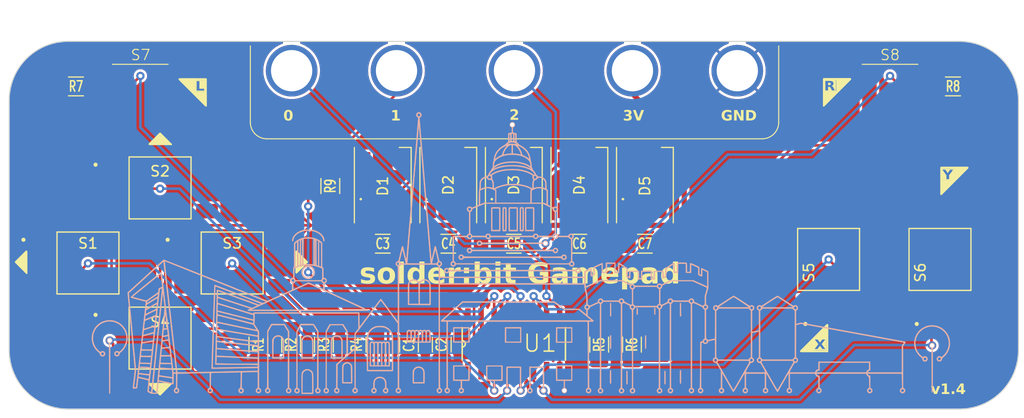
<source format=kicad_pcb>
(kicad_pcb (version 20221018) (generator pcbnew)
  (title_block (title "Micro:bit SMT soldering kit (with bumpers)") (date "2024-05-23") (rev "v1.3") (company "Lancaster University") (comment 1 "Aron Eggens"))
  (layers (0 "F.Cu" signal) (31 "B.Cu" signal) (34 "B.Paste" user) (35 "F.Paste" user) (36 "B.SilkS" user "B.Silkscreen") (37 "F.SilkS" user "F.Silkscreen") (38 "B.Mask" user) (39 "F.Mask" user) (44 "Edge.Cuts" user))
  (net 0 "")
  (net 1 "GND")
  (net 2 "+3V0")
  (net 3 "Net-(D1-DOUT)")
  (net 4 "Net-(D1-DIN)")
  (net 5 "Net-(D2-DOUT)")
  (net 6 "Net-(D3-DOUT)")
  (net 7 "Net-(D4-DOUT)")
  (net 8 "Net-(R1-Pad1)")
  (net 9 "Net-(R2-Pad1)")
  (net 10 "Net-(R3-Pad1)")
  (net 11 "Net-(R4-Pad1)")
  (net 12 "PL{slash}DATA")
  (net 13 "SER")
  (net 14 "CLK")
  (net 15 "BTN1")
  (net 17 "BTN2")
  (net 19 "BTN3")
  (net 21 "BTN4")
  (net 25 "BTN5")
  (net 26 "BTN6")
  (net 27 "Net-(R5-Pad1)")
  (net 28 "Net-(R6-Pad1)")
  (net 29 "BTN7")
  (net 30 "BTN8")
  (footprint "LED_SMD:LED_WS2812B_PLCC4_5.0x5.0mm_P3.2mm" (layer "F.Cu") (at 90.156 63.2852 90)
    (fp_text reference "D1" (at -0.09 0 90) (layer "F.SilkS"))
    (fp_text value "WS2812B" hide)
    (fp_text user "." (at -1.3578 -2.54 90) (layer "F.SilkS"))
    (pad "1" smd rect (at -2.45 -1.65 90) (size 1.5 0.9) (layers "F.Cu" "F.Paste" "F.Mask") (net 2 "+3V0"))
    (pad "2" smd rect (at -2.45 1.65 90) (size 1.5 0.9) (layers "F.Cu" "F.Paste" "F.Mask") (net 3 "Net-(D1-DOUT)"))
    (pad "3" smd rect (at 2.45 1.65 90) (size 1.5 0.9) (layers "F.Cu" "F.Paste" "F.Mask") (net 1 "GND"))
    (pad "4" smd rect (at 2.45 -1.65 90) (size 1.5 0.9) (layers "F.Cu" "F.Paste" "F.Mask") (net 4 "Net-(D1-DIN)"))
  )
  (footprint "TS-1002S:SW_TS04-66-95-BK-100-SMT" (layer "F.Cu") (at 133.35 70.485 90)
    (fp_text reference "S5" (at -1.27 -1.905 90) (layer "F.SilkS"))
    (fp_text value "TS04-66-95-BK-100-SMT" hide)
    (pad "1" smd rect (at -4.55 -2.25 90) (size 2.1 1.4) (layers "F.Cu" "F.Paste" "F.Mask"))
    (pad "2" smd rect (at -4.55 2.25 90) (size 2.1 1.4) (layers "F.Cu" "F.Paste" "F.Mask") (net 25 "BTN5"))
    (pad "3" smd rect (at 4.55 -2.25 90) (size 2.1 1.4) (layers "F.Cu" "F.Paste" "F.Mask") (net 2 "+3V0"))
    (pad "4" smd rect (at 4.55 2.25 90) (size 2.1 1.4) (layers "F.Cu" "F.Paste" "F.Mask") (net 27 "Net-(R5-Pad1)"))
  )
  (footprint "TS-1037:TS-1037_right_angle" (layer "F.Cu") (at 139.305 52.779)
    (fp_text reference "S8" (at 0 -2.106 unlocked) (layer "F.SilkS") (effects (font (thickness 0.1))))
    (fp_text value "SW_Push" hide)
    (pad "" smd rect (at -4.75 -2 180) (size 3.5 1.6) (layers "F.Cu" "F.Paste" "F.Mask"))
    (pad "" smd rect (at 4.75 -2 180) (size 3.5 1.6) (layers "F.Cu" "F.Paste" "F.Mask"))
    (pad "1" smd rect (at -2 1.45 90) (size 4.5 1.4) (layers "F.Cu" "F.Paste" "F.Mask") (net 2 "+3V0"))
    (pad "2" smd rect (at 2 1.45 90) (size 4.5 1.4) (layers "F.Cu" "F.Paste" "F.Mask") (net 30 "BTN8"))
  )
  (footprint "Resistor_SMD:R_1206_3216Metric_Pad1.30x1.75mm_HandSolder" (layer "F.Cu") (at 81.28 78.74 -90)
    (fp_text reference "R2" (at 0 0 90) (layer "F.SilkS") (effects (font (size 1 0.7))))
    (fp_text value "100k" hide)
    (pad "1" smd roundrect (at -1.55 0 270) (size 1.3 1.75) (layers "F.Cu" "F.Paste" "F.Mask") (roundrect_rratio 0.192308) (net 9 "Net-(R2-Pad1)"))
    (pad "2" smd roundrect (at 1.55 0 270) (size 1.3 1.75) (layers "F.Cu" "F.Paste" "F.Mask") (roundrect_rratio 0.192308) (net 1 "GND"))
  )
  (footprint "Resistor_SMD:R_1206_3216Metric_Pad1.30x1.75mm_HandSolder" (layer "F.Cu") (at 60.431 53.721)
    (fp_text reference "R7" (at 0 0) (layer "F.SilkS") (effects (font (size 1 0.7))))
    (fp_text value "100k")
    (pad "1" smd roundrect (at -1.55 0) (size 1.3 1.75) (layers "F.Cu" "F.Paste" "F.Mask") (roundrect_rratio 0.192308) (net 1 "GND"))
    (pad "2" smd roundrect (at 1.55 0) (size 1.3 1.75) (layers "F.Cu" "F.Paste" "F.Mask") (roundrect_rratio 0.192308) (net 29 "BTN7"))
  )
  (footprint "Capacitor_SMD:C_1206_3216Metric_Pad1.33x1.80mm_HandSolder" (layer "F.Cu") (at 109.206 68.961)
    (fp_text reference "C6" (at 0 0) (layer "F.SilkS") (effects (font (size 1 0.7))))
    (fp_text value "0.1uF")
    (pad "1" smd roundrect (at -1.5625 0) (size 1.325 1.8) (layers "F.Cu" "F.Paste" "F.Mask") (roundrect_rratio 0.188679) (net 2 "+3V0"))
    (pad "2" smd roundrect (at 1.5625 0) (size 1.325 1.8) (layers "F.Cu" "F.Paste" "F.Mask") (roundrect_rratio 0.188679) (net 1 "GND"))
  )
  (footprint "Resistor_SMD:R_1206_3216Metric_Pad1.30x1.75mm_HandSolder" (layer "F.Cu") (at 85.076 63.373 -90)
    (fp_text reference "R9" (at 0 0 90) (layer "F.SilkS") (effects (font (size 1 0.7))))
    (fp_text value "300Ω")
    (pad "1" smd roundrect (at -1.55 0 270) (size 1.3 1.75) (layers "F.Cu" "F.Paste" "F.Mask") (roundrect_rratio 0.192308) (net 12 "PL{slash}DATA"))
    (pad "2" smd roundrect (at 1.55 0 270) (size 1.3 1.75) (layers "F.Cu" "F.Paste" "F.Mask") (roundrect_rratio 0.192308) (net 4 "Net-(D1-DIN)"))
  )
  (footprint "TS-1002S:SW_TS04-66-95-BK-100-SMT" (layer "F.Cu") (at 144.145 70.485 90)
    (fp_text reference "S6" (at -1.27 -1.905 90) (layer "F.SilkS"))
    (fp_text value "TS04-66-95-BK-100-SMT" hide)
    (pad "1" smd rect (at -4.55 -2.25 90) (size 2.1 1.4) (layers "F.Cu" "F.Paste" "F.Mask"))
    (pad "2" smd rect (at -4.55 2.25 90) (size 2.1 1.4) (layers "F.Cu" "F.Paste" "F.Mask") (net 26 "BTN6"))
    (pad "3" smd rect (at 4.55 -2.25 90) (size 2.1 1.4) (layers "F.Cu" "F.Paste" "F.Mask") (net 2 "+3V0"))
    (pad "4" smd rect (at 4.55 2.25 90) (size 2.1 1.4) (layers "F.Cu" "F.Paste" "F.Mask") (net 28 "Net-(R6-Pad1)"))
  )
  (footprint "TS-1002S:SW_TS04-66-95-BK-100-SMT" (layer "F.Cu") (at 61.595 70.83)
    (fp_text reference "S1" (at 0 -1.905) (layer "F.SilkS"))
    (fp_text value "TS04-66-95-BK-100-SMT" hide)
    (pad "1" smd rect (at -4.55 -2.25) (size 2.1 1.4) (layers "F.Cu" "F.Paste" "F.Mask"))
    (pad "2" smd rect (at -4.55 2.25) (size 2.1 1.4) (layers "F.Cu" "F.Paste" "F.Mask") (net 15 "BTN1"))
    (pad "3" smd rect (at 4.55 -2.25) (size 2.1 1.4) (layers "F.Cu" "F.Paste" "F.Mask") (net 2 "+3V0"))
    (pad "4" smd rect (at 4.55 2.25) (size 2.1 1.4) (layers "F.Cu" "F.Paste" "F.Mask") (net 8 "Net-(R1-Pad1)"))
  )
  (footprint "TS-1037:TS-1037_right_angle" (layer "F.Cu") (at 66.661 52.779)
    (fp_text reference "S7" (at 0.032 -2.106 unlocked) (layer "F.SilkS") (effects (font (thickness 0.1))))
    (fp_text value "SW_Push" hide)
    (pad "" smd rect (at -4.75 -2 180) (size 3.5 1.6) (layers "F.Cu" "F.Paste" "F.Mask"))
    (pad "" smd rect (at 4.75 -2 180) (size 3.5 1.6) (layers "F.Cu" "F.Paste" "F.Mask"))
    (pad "1" smd rect (at 2 1.45 90) (size 4.5 1.4) (layers "F.Cu" "F.Paste" "F.Mask") (net 2 "+3V0"))
    (pad "2" smd rect (at -2 1.45 90) (size 4.5 1.4) (layers "F.Cu" "F.Paste" "F.Mask") (net 29 "BTN7"))
  )
  (footprint "LED_SMD:LED_WS2812B_PLCC4_5.0x5.0mm_P3.2mm" (layer "F.Cu") (at 115.556 63.283 90)
    (fp_text reference "D5" (at -0.09 0 90) (layer "F.SilkS"))
    (fp_text value "WS2812B" hide)
    (fp_text user "." (at -1.36 -2.54 90) (layer "F.SilkS"))
    (pad "1" smd rect (at -2.45 -1.65 90) (size 1.5 0.9) (layers "F.Cu" "F.Paste" "F.Mask") (net 2 "+3V0"))
    (pad "2" smd rect (at -2.45 1.65 90) (size 1.5 0.9) (layers "F.Cu" "F.Paste" "F.Mask"))
    (pad "3" smd rect (at 2.45 1.65 90) (size 1.5 0.9) (layers "F.Cu" "F.Paste" "F.Mask") (net 1 "GND"))
    (pad "4" smd rect (at 2.45 -1.65 90) (size 1.5 0.9) (layers "F.Cu" "F.Paste" "F.Mask") (net 7 "Net-(D4-DOUT)"))
  )
  (footprint "Capacitor_SMD:C_1206_3216Metric_Pad1.33x1.80mm_HandSolder" (layer "F.Cu") (at 102.856 68.961)
    (fp_text reference "C5" (at 0 0) (layer "F.SilkS") (effects (font (size 1 0.7))))
    (fp_text value "0.1uF")
    (pad "1" smd roundrect (at -1.5625 0) (size 1.325 1.8) (layers "F.Cu" "F.Paste" "F.Mask") (roundrect_rratio 0.188679) (net 2 "+3V0"))
    (pad "2" smd roundrect (at 1.5625 0) (size 1.325 1.8) (layers "F.Cu" "F.Paste" "F.Mask") (roundrect_rratio 0.188679) (net 1 "GND"))
  )
  (footprint "Capacitor_SMD:C_1206_3216Metric_Pad1.33x1.80mm_HandSolder" (layer "F.Cu") (at 95.871 78.74 90)
    (fp_text reference "C2" (at 0 0 90) (layer "F.SilkS") (effects (font (size 1 0.7))))
    (fp_text value "1uF")
    (pad "1" smd roundrect (at -1.5625 0 90) (size 1.325 1.8) (layers "F.Cu" "F.Paste" "F.Mask") (roundrect_rratio 0.188679) (net 1 "GND"))
    (pad "2" smd roundrect (at 1.5625 0 90) (size 1.325 1.8) (layers "F.Cu" "F.Paste" "F.Mask") (roundrect_rratio 0.188679) (net 2 "+3V0"))
  )
  (footprint "74HC165:SOIC127P600X175-16N" (layer "F.Cu") (at 102.856 78.6638 90)
    (fp_text reference "U1" (at 0.0508 2.54 180) (layer "F.SilkS") (effects (font (size 1.640386 1.640386))))
    (fp_text value "74HC165D_653" hide)
    (pad "1" smd rect (at -2.5908 -4.445 90) (size 1.7018 0.5334) (layers "F.Cu" "F.Paste" "F.Mask") (net 12 "PL{slash}DATA"))
    (pad "2" smd rect (at -2.5908 -3.175 90) (size 1.7018 0.5334) (layers "F.Cu" "F.Paste" "F.Mask") (net 14 "CLK"))
    (pad "3" smd rect (at -2.5908 -1.905 90) (size 1.7018 0.5334) (layers "F.Cu" "F.Paste" "F.Mask") (net 15 "BTN1"))
    (pad "4" smd rect (at -2.5908 -0.635 90) (size 1.7018 0.5334) (layers "F.Cu" "F.Paste" "F.Mask") (net 21 "BTN4"))
    (pad "5" smd rect (at -2.5908 0.635 90) (size 1.7018 0.5334) (layers "F.Cu" "F.Paste" "F.Mask") (net 25 "BTN5"))
    (pad "6" smd rect (at -2.5908 1.905 90) (size 1.7018 0.5334) (layers "F.Cu" "F.Paste" "F.Mask") (net 26 "BTN6"))
    (pad "7" smd rect (at -2.5908 3.175 90) (size 1.7018 0.5334) (layers "F.Cu" "F.Paste" "F.Mask"))
    (pad "8" smd rect (at -2.5908 4.445 90) (size 1.7018 0.5334) (layers "F.Cu" "F.Paste" "F.Mask") (net 1 "GND"))
    (pad "9" smd rect (at 2.5908 4.445 90) (size 1.7018 0.5334) (layers "F.Cu" "F.Paste" "F.Mask") (net 13 "SER"))
    (pad "10" smd rect (at 2.5908 3.175 90) (size 1.7018 0.5334) (layers "F.Cu" "F.Paste" "F.Mask") (net 1 "GND"))
    (pad "11" smd rect (at 2.5908 1.905 90) (size 1.7018 0.5334) (layers "F.Cu" "F.Paste" "F.Mask") (net 30 "BTN8"))
    (pad "12" smd rect (at 2.5908 0.635 90) (size 1.7018 0.5334) (layers "F.Cu" "F.Paste" "F.Mask") (net 29 "BTN7"))
    (pad "13" smd rect (at 2.5908 -0.635 90) (size 1.7018 0.5334) (layers "F.Cu" "F.Paste" "F.Mask") (net 19 "BTN3"))
    (pad "14" smd rect (at 2.5908 -1.905 90) (size 1.7018 0.5334) (layers "F.Cu" "F.Paste" "F.Mask") (net 17 "BTN2"))
    (pad "15" smd rect (at 2.5908 -3.175 90) (size 1.7018 0.5334) (layers "F.Cu" "F.Paste" "F.Mask") (net 1 "GND"))
    (pad "16" smd rect (at 2.5908 -4.445 90) (size 1.7018 0.5334) (layers "F.Cu" "F.Paste" "F.Mask") (net 2 "+3V0"))
  )
  (footprint "TS-1002S:SW_TS04-66-95-BK-100-SMT" (layer "F.Cu") (at 68.58 63.555)
    (fp_text reference "S2" (at 0 -1.615) (layer "F.SilkS"))
    (fp_text value "TS04-66-95-BK-100-SMT" hide)
    (pad "1" smd rect (at -4.55 -2.25) (size 2.1 1.4) (layers "F.Cu" "F.Paste" "F.Mask"))
    (pad "2" smd rect (at -4.55 2.25) (size 2.1 1.4) (layers "F.Cu" "F.Paste" "F.Mask") (net 17 "BTN2"))
    (pad "3" smd rect (at 4.55 -2.25) (size 2.1 1.4) (layers "F.Cu" "F.Paste" "F.Mask") (net 2 "+3V0"))
    (pad "4" smd rect (at 4.55 2.25) (size 2.1 1.4) (layers "F.Cu" "F.Paste" "F.Mask") (net 9 "Net-(R2-Pad1)"))
  )
  (footprint "Resistor_SMD:R_1206_3216Metric_Pad1.30x1.75mm_HandSolder" (layer "F.Cu") (at 111.125 78.74 90)
    (fp_text reference "R5" (at 0 0 90) (layer "F.SilkS") (effects (font (size 1 0.7))))
    (fp_text value "100k" hide)
    (pad "1" smd roundrect (at -1.55 0 90) (size 1.3 1.75) (layers "F.Cu" "F.Paste" "F.Mask") (roundrect_rratio 0.192308) (net 27 "Net-(R5-Pad1)"))
    (pad "2" smd roundrect (at 1.55 0 90) (size 1.3 1.75) (layers "F.Cu" "F.Paste" "F.Mask") (roundrect_rratio 0.192308) (net 1 "GND"))
  )
  (footprint "LED_SMD:LED_WS2812B_PLCC4_5.0x5.0mm_P3.2mm" (layer "F.Cu") (at 96.506 63.283 90)
    (fp_text reference "D2" (at 0 0 90) (layer "F.SilkS"))
    (fp_text value "WS2812B" hide)
    (fp_text user "." (at -1.36 -2.54 90) (layer "F.SilkS"))
    (pad "1" smd rect (at -2.45 -1.65 90) (size 1.5 0.9) (layers "F.Cu" "F.Paste" "F.Mask") (net 2 "+3V0"))
    (pad "2" smd rect (at -2.45 1.65 90) (size 1.5 0.9) (layers "F.Cu" "F.Paste" "F.Mask") (net 5 "Net-(D2-DOUT)"))
    (pad "3" smd rect (at 2.45 1.65 90) (size 1.5 0.9) (layers "F.Cu" "F.Paste" "F.Mask") (net 1 "GND"))
    (pad "4" smd rect (at 2.45 -1.65 90) (size 1.5 0.9) (layers "F.Cu" "F.Paste" "F.Mask") (net 3 "Net-(D1-DOUT)"))
  )
  (footprint "Resistor_SMD:R_1206_3216Metric_Pad1.30x1.75mm_HandSolder" (layer "F.Cu") (at 114.3 78.74 90)
    (fp_text reference "R6" (at 0 0 90) (layer "F.SilkS") (effects (font (size 1 0.7))))
    (fp_text value "100k" hide)
    (pad "1" smd roundrect (at -1.55 0 90) (size 1.3 1.75) (layers "F.Cu" "F.Paste" "F.Mask") (roundrect_rratio 0.192308) (net 28 "Net-(R6-Pad1)"))
    (pad "2" smd roundrect (at 1.55 0 90) (size 1.3 1.75) (layers "F.Cu" "F.Paste" "F.Mask") (roundrect_rratio 0.192308) (net 1 "GND"))
  )
  (footprint "Resistor_SMD:R_1206_3216Metric_Pad1.30x1.75mm_HandSolder" (layer "F.Cu") (at 87.63 78.74 -90)
    (fp_text reference "R4" (at 0 0 90) (layer "F.SilkS") (effects (font (size 1 0.7))))
    (fp_text value "100k" hide)
    (pad "1" smd roundrect (at -1.55 0 270) (size 1.3 1.75) (layers "F.Cu" "F.Paste" "F.Mask") (roundrect_rratio 0.192308) (net 11 "Net-(R4-Pad1)"))
    (pad "2" smd roundrect (at 1.55 0 270) (size 1.3 1.75) (layers "F.Cu" "F.Paste" "F.Mask") (roundrect_rratio 0.192308) (net 1 "GND"))
  )
  (footprint "Capacitor_SMD:C_1206_3216Metric_Pad1.33x1.80mm_HandSolder" (layer "F.Cu") (at 90.156 68.961)
    (fp_text reference "C3" (at 0 0) (layer "F.SilkS") (effects (font (size 1 0.7))))
    (fp_text value "0.1uF")
    (pad "1" smd roundrect (at -1.5625 0) (size 1.325 1.8) (layers "F.Cu" "F.Paste" "F.Mask") (roundrect_rratio 0.188679) (net 2 "+3V0"))
    (pad "2" smd roundrect (at 1.5625 0) (size 1.325 1.8) (layers "F.Cu" "F.Paste" "F.Mask") (roundrect_rratio 0.188679) (net 1 "GND"))
  )
  (footprint "Resistor_SMD:R_1206_3216Metric_Pad1.30x1.75mm_HandSolder" (layer "F.Cu") (at 78.105 78.74 -90)
    (fp_text reference "R1" (at 0 0 90) (layer "F.SilkS") (effects (font (size 1 0.7))))
    (fp_text value "100k" hide)
    (pad "1" smd roundrect (at -1.55 0 270) (size 1.3 1.75) (layers "F.Cu" "F.Paste" "F.Mask") (roundrect_rratio 0.192308) (net 8 "Net-(R1-Pad1)"))
    (pad "2" smd roundrect (at 1.55 0 270) (size 1.3 1.75) (layers "F.Cu" "F.Paste" "F.Mask") (roundrect_rratio 0.192308) (net 1 "GND"))
  )
  (footprint "Capacitor_SMD:C_1206_3216Metric_Pad1.33x1.80mm_HandSolder" (layer "F.Cu") (at 115.556 68.961)
    (fp_text reference "C7" (at 0 0) (layer "F.SilkS") (effects (font (size 1 0.7))))
    (fp_text value "0.1uF")
    (pad "1" smd roundrect (at -1.5625 0) (size 1.325 1.8) (layers "F.Cu" "F.Paste" "F.Mask") (roundrect_rratio 0.188679) (net 2 "+3V0"))
    (pad "2" smd roundrect (at 1.5625 0) (size 1.325 1.8) (layers "F.Cu" "F.Paste" "F.Mask") (roundrect_rratio 0.188679) (net 1 "GND"))
  )
  (footprint "LED_SMD:LED_WS2812B_PLCC4_5.0x5.0mm_P3.2mm" (layer "F.Cu") (at 102.856 63.283 90)
    (fp_text reference "D3" (at 0 0 90) (layer "F.SilkS"))
    (fp_text value "WS2812B" hide)
    (fp_text user "." (at -1.36 -2.54 90) (layer "F.SilkS"))
    (pad "1" smd rect (at -2.45 -1.65 90) (size 1.5 0.9) (layers "F.Cu" "F.Paste" "F.Mask") (net 2 "+3V0"))
    (pad "2" smd rect (at -2.45 1.65 90) (size 1.5 0.9) (layers "F.Cu" "F.Paste" "F.Mask") (net 6 "Net-(D3-DOUT)"))
    (pad "3" smd rect (at 2.45 1.65 90) (size 1.5 0.9) (layers "F.Cu" "F.Paste" "F.Mask") (net 1 "GND"))
    (pad "4" smd rect (at 2.45 -1.65 90) (size 1.5 0.9) (layers "F.Cu" "F.Paste" "F.Mask") (net 5 "Net-(D2-DOUT)"))
  )
  (footprint "TS-1002S:SW_TS04-66-95-BK-100-SMT" (layer "F.Cu") (at 68.58 78.105)
    (fp_text reference "S4" (at 0 -1.56) (layer "F.SilkS"))
    (fp_text value "TS04-66-95-BK-100-SMT" hide)
    (pad "1" smd rect (at -4.55 -2.25) (size 2.1 1.4) (layers "F.Cu" "F.Paste" "F.Mask"))
    (pad "2" smd rect (at -4.55 2.25) (size 2.1 1.4) (layers "F.Cu" "F.Paste" "F.Mask") (net 21 "BTN4"))
    (pad "3" smd rect (at 4.55 -2.25) (size 2.1 1.4) (layers "F.Cu" "F.Paste" "F.Mask") (net 2 "+3V0"))
    (pad "4" smd rect (at 4.55 2.25) (size 2.1 1.4) (layers "F.Cu" "F.Paste" "F.Mask") (net 11 "Net-(R4-Pad1)"))
  )
  (footprint "Resistor_SMD:R_1206_3216Metric_Pad1.30x1.75mm_HandSolder" (layer "F.Cu") (at 84.455 78.74 -90)
    (fp_text reference "R3" (at 0 0 90) (layer "F.SilkS") (effects (font (size 1 0.7))))
    (fp_text value "100k" hide)
    (pad "1" smd roundrect (at -1.55 0 270) (size 1.3 1.75) (layers "F.Cu" "F.Paste" "F.Mask") (roundrect_rratio 0.192308) (net 10 "Net-(R3-Pad1)"))
    (pad "2" smd roundrect (at 1.55 0 270) (size 1.3 1.75) (layers "F.Cu" "F.Paste" "F.Mask") (roundrect_rratio 0.192308) (net 1 "GND"))
  )
  (footprint "LED_SMD:LED_WS2812B_PLCC4_5.0x5.0mm_P3.2mm" (layer "F.Cu") (at 109.206 63.283 90)
    (fp_text reference "D4" (at 0 0 90) (layer "F.SilkS"))
    (fp_text value "WS2812B" hide)
    (fp_text user "." (at -1.36 -2.54 90) (layer "F.SilkS"))
    (pad "1" smd rect (at -2.45 -1.65 90) (size 1.5 0.9) (layers "F.Cu" "F.Paste" "F.Mask") (net 2 "+3V0"))
    (pad "2" smd rect (at -2.45 1.65 90) (size 1.5 0.9) (layers "F.Cu" "F.Paste" "F.Mask") (net 7 "Net-(D4-DOUT)"))
    (pad "3" smd rect (at 2.45 1.65 90) (size 1.5 0.9) (layers "F.Cu" "F.Paste" "F.Mask") (net 1 "GND"))
    (pad "4" smd rect (at 2.45 -1.65 90) (size 1.5 0.9) (layers "F.Cu" "F.Paste" "F.Mask") (net 6 "Net-(D3-DOUT)"))
  )
  (footprint "Capacitor_SMD:C_1206_3216Metric_Pad1.33x1.80mm_HandSolder" (layer "F.Cu") (at 96.506 68.961)
    (fp_text reference "C4" (at 0 0) (layer "F.SilkS") (effects (font (size 1 0.7))))
    (fp_text value "0.1uF")
    (pad "1" smd roundrect (at -1.5625 0) (size 1.325 1.8) (layers "F.Cu" "F.Paste" "F.Mask") (roundrect_rratio 0.188679) (net 2 "+3V0"))
    (pad "2" smd roundrect (at 1.5625 0) (size 1.325 1.8) (layers "F.Cu" "F.Paste" "F.Mask") (roundrect_rratio 0.188679) (net 1 "GND"))
  )
  (footprint "TS-1002S:SW_TS04-66-95-BK-100-SMT" (layer "F.Cu") (at 75.565 70.83)
    (fp_text reference "S3" (at 0 -1.905) (layer "F.SilkS"))
    (fp_text value "TS04-66-95-BK-100-SMT" hide)
    (pad "1" smd rect (at -4.55 -2.25) (size 2.1 1.4) (layers "F.Cu" "F.Paste" "F.Mask"))
    (pad "2" smd rect (at -4.55 2.25) (size 2.1 1.4) (layers "F.Cu" "F.Paste" "F.Mask") (net 19 "BTN3"))
    (pad "3" smd rect (at 4.55 -2.25) (size 2.1 1.4) (layers "F.Cu" "F.Paste" "F.Mask") (net 2 "+3V0"))
    (pad "4" smd rect (at 4.55 2.25) (size 2.1 1.4) (layers "F.Cu" "F.Paste" "F.Mask") (net 10 "Net-(R3-Pad1)"))
  )
  (footprint "Connector_Microbit_Edge:Edge_Connector_Rings" (layer "F.Cu") (at 102.9185 52.197)
    (fp_text reference "REF1" hide)
    (fp_text value "~" hide)
    (fp_text user "0" (at -22.4 5 unlocked) (layer "F.SilkS") (effects (font (thickness 0.1)) (justify left bottom)))
    (fp_text user "GND" (at 20 5 unlocked) (layer "F.SilkS") (effects (font (thickness 0.1)) (justify left bottom)))
    (fp_text user "3V" (at 10.5 5 unlocked) (layer "F.SilkS") (effects (font (thickness 0.1)) (justify left bottom)))
    (fp_text user "2" (at -0.4985 4.933 unlocked) (layer "F.SilkS") (effects (font (thickness 0.1)) (justify left bottom)))
    (fp_text user "1" (at -12 5 unlocked) (layer "F.SilkS") (effects (font (thickness 0.1)) (justify left bottom)))
    (pad "1" thru_hole circle (at -21.59 0) (size 5 5) (drill 4) (layers "*.Cu" "*.Mask") (net 13 "SER"))
    (pad "2" thru_hole circle (at -11.43 0) (size 5 5) (drill 4) (layers "*.Cu" "*.Mask") (net 12 "PL{slash}DATA"))
    (pad "3" thru_hole circle (at 0 0) (size 5 5) (drill 4) (layers "*.Cu" "*.Mask") (net 14 "CLK"))
    (pad "4" thru_hole circle (at 11.43 0) (size 5 5) (drill 4) (layers "*.Cu" "*.Mask") (net 2 "+3V0"))
    (pad "5" thru_hole circle (at 21.59 0) (size 5 5) (drill 4) (layers "*.Cu" "*.Mask") (net 1 "GND"))
  )
  (footprint "Capacitor_SMD:C_1206_3216Metric_Pad1.33x1.80mm_HandSolder" (layer "F.Cu") (at 92.696 78.74 90)
    (fp_text reference "C1" (at 0 0 90) (layer "F.SilkS") (effects (font (size 1 0.7))))
    (fp_text value "0.1uF")
    (pad "1" smd roundrect (at -1.5625 0 90) (size 1.325 1.8) (layers "F.Cu" "F.Paste" "F.Mask") (roundrect_rratio 0.188679) (net 1 "GND"))
    (pad "2" smd roundrect (at 1.5625 0 90) (size 1.325 1.8) (layers "F.Cu" "F.Paste" "F.Mask") (roundrect_rratio 0.188679) (net 2 "+3V0"))
  )
  (footprint "Resistor_SMD:R_1206_3216Metric_Pad1.30x1.75mm_HandSolder" (layer "F.Cu") (at 145.401 53.721 180)
    (fp_text reference "R8" (at 0 0) (layer "F.SilkS") (effects (font (size 1 0.7))))
    (fp_text value "100k")
    (pad "1" smd roundrect (at -1.55 0 180) (size 1.3 1.75) (layers "F.Cu" "F.Paste" "F.Mask") (roundrect_rratio 0.192308) (net 1 "GND"))
    (pad "2" smd roundrect (at 1.55 0 180) (size 1.3 1.75) (layers "F.Cu" "F.Paste" "F.Mask") (roundrect_rratio 0.192308) (net 30 "BTN8"))
  )
  (footprint "Lancaster_Cityscape:Lancaster_Cityscape" (layer "B.Cu") (at 103.55 69.87 180)
    (fp_text reference "Ref**" hide)
    (fp_text value "Val**" hide)
  )
  (gr_poly (pts (xy 71.978 53.0194) (xy 71.96 54.49) (xy 70.471 53.0248)) (stroke (width 0.15)) (fill solid) (layer "F.SilkS"))
  (gr_poly (pts (xy 146.812 61.595) (xy 144.272 61.595) (xy 144.272 64.135)) (stroke (width 0.2)) (fill none) (layer "F.SilkS"))
  (gr_poly (pts (xy 133.1974 78.084393) (xy 132.0674 78.084393) (xy 133.223 76.835)) (stroke (width 0.15)) (fill solid) (layer "F.SilkS"))
  (gr_poly (pts (xy 67.564 82.55) (xy 68.58 83.566) (xy 69.596 82.55)) (stroke (width 0.2)) (fill solid) (layer "F.SilkS"))
  (gr_poly (pts (xy 132.921 54.271) (xy 134.101 54.261) (xy 132.90175 55.550318)) (stroke (width 0.15)) (fill solid) (layer "F.SilkS"))
  (gr_poly (pts (xy 130.683 79.375) (xy 133.223 79.375) (xy 133.223 76.835)) (stroke (width 0.2)) (fill none) (layer "F.SilkS"))
  (gr_poly (pts (xy 55.626 69.723) (xy 54.61 70.739) (xy 55.626 71.755)) (stroke (width 0.2)) (fill solid) (layer "F.SilkS"))
  (gr_poly (pts (xy 146.812 61.595) (xy 145.581 61.602) (xy 145.5782 62.7688)) (stroke (width 0.15)) (fill solid) (layer "F.SilkS"))
  (gr_poly (pts (xy 144.282 62.875) (xy 145.462 62.865) (xy 144.272 64.135)) (stroke (width 0.15)) (fill solid) (layer "F.SilkS"))
  (gr_poly (pts (xy 69.596 59.309) (xy 68.58 58.293) (xy 67.564 59.309)) (stroke (width 0.2)) (fill solid) (layer "F.SilkS"))
  (gr_poly (pts (xy 135.44175 53.010318) (xy 134.15795 53.010318) (xy 134.17 54.2)) (stroke (width 0.15)) (fill solid) (layer "F.SilkS"))
  (gr_poly (pts (xy 130.683 79.375) (xy 131.8768 79.375) (xy 131.8768 78.1812)) (stroke (width 0.15)) (fill solid) (layer "F.SilkS"))
  (gr_poly (pts (xy 73.011 55.5648) (xy 73.011 53.0248) (xy 70.471 53.0248)) (stroke (width 0.2)) (fill none) (layer "F.SilkS"))
  (gr_poly (pts (xy 135.44175 53.010318) (xy 132.90175 53.010318) (xy 132.90175 55.550318)) (stroke (width 0.2)) (fill none) (layer "F.SilkS"))
  (gr_poly (pts (xy 81.788 71.755) (xy 82.804 70.739) (xy 81.788 69.723)) (stroke (width 0.2)) (fill solid) (layer "F.SilkS"))
  (gr_poly (pts (xy 73.011 55.5648) (xy 73.009393 54.301) (xy 71.851 54.301)) (stroke (width 0.15)) (fill solid) (layer "F.SilkS"))
  (gr_arc (start 146.036 49.357) (mid 150.077115 51.030885) (end 151.751 55.072) (stroke (width 0.1)) (layer "Edge.Cuts"))
  (gr_arc (start 53.961 55.072) (mid 55.634885 51.030885) (end 59.676 49.357) (stroke (width 0.1)) (layer "Edge.Cuts"))
  (gr_line (start 146.036 84.985885) (end 59.676 84.985885) (stroke (width 0.1)) (layer "Edge.Cuts"))
  (gr_arc (start 59.676 84.985885) (mid 55.634885 83.312) (end 53.961 79.270885) (stroke (width 0.1)) (layer "Edge.Cuts"))
  (gr_line (start 151.751 79.270885) (end 151.751 55.072) (stroke (width 0.1)) (layer "Edge.Cuts"))
  (gr_arc (start 151.751 79.270885) (mid 150.077115 83.312) (end 146.036 84.985885) (stroke (width 0.1)) (layer "Edge.Cuts"))
  (gr_line (start 59.676 49.357) (end 146.036 49.357) (stroke (width 0.1)) (layer "Edge.Cuts"))
  (gr_line (start 53.961 55.072) (end 53.961 79.270885) (stroke (width 0.1)) (layer "Edge.Cuts"))
  (gr_text "solder:bit Gamepad" (at 87.884 73.152) (layer "F.SilkS") (effects (font (size 2 2) (thickness 0.3) bold) (justify left bottom)))
  (gr_text "v1.4" (at 143.256 83.693) (layer "F.SilkS") (effects (font (size 1 1) (thickness 0.25) bold) (justify left bottom)))
  (gr_text "R" (at 132.911 54.26) (layer "F.SilkS" knockout) (effects (font (size 0.9 1)) (justify left bottom)))
  (gr_text "X" (at 131.9774 79.314393) (layer "F.SilkS" knockout) (effects (font (size 0.9 1)) (justify left bottom)))
  (gr_text "L" (at 72 54.28) (layer "F.SilkS" knockout) (effects (font (size 0.9 1)) (justify left bottom)))
  (gr_text "Y" (at 144.391 62.862) (layer "F.SilkS" knockout) (effects (font (size 0.9 1)) (justify left bottom)))
  (segment (start 95.871 80.1755) (end 95.9678 80.0787) (width 0.25) (layer "F.Cu") (net 1))
  (via (at 102.71 57.43) (size 0.8) (drill 0.4) (layers "F.Cu" "B.Cu") (net 1))
  (via (at 107.75 83.19) (size 0.8) (drill 0.4) (layers "F.Cu" "B.Cu") (net 1))
  (segment (start 80.115 68.58) (end 81.788 68.58) (width 0.25) (layer "F.Cu") (net 2))
  (segment (start 83.185 67.183) (end 68.58 67.183) (width 0.25) (layer "F.Cu") (net 2))
  (segment (start 73.13 58.698) (end 73.13 60.96) (width 0.25) (layer "F.Cu") (net 2))
  (segment (start 137.305 56.751) (end 134.62 59.436) (width 0.25) (layer "F.Cu") (net 2))
  (segment (start 118.731 67.183) (end 119.366 66.548) (width 0.5) (layer "F.Cu") (net 2))
  (segment (start 68.58 67.183) (end 67.197 67.183) (width 0.25) (layer "F.Cu") (net 2))
  (segment (start 131.1 65.935) (end 123.549 65.935) (width 0.25) (layer "F.Cu") (net 2))
  (segment (start 107.6435 68.961) (end 107.6435 67.183) (width 0.25) (layer "F.Cu") (net 2))
  (segment (start 113.9935 67.183) (end 113.9935 65.8205) (width 0.25) (layer "F.Cu") (net 2))
  (segment (start 101.2935 67.183) (end 107.6435 67.183) (width 0.5) (layer "F.Cu") (net 2))
  (segment (start 101.2935 68.961) (end 101.2935 67.183) (width 0.25) (layer "F.Cu") (net 2))
  (segment (start 139.319 59.436) (end 141.895 62.012) (width 0.25) (layer "F.Cu") (net 2))
  (segment (start 101.2935 65.8205) (end 101.206 65.733) (width 0.25) (layer "F.Cu") (net 2))
  (segment (start 107.6435 67.183) (end 113.9935 67.183) (width 0.5) (layer "F.Cu") (net 2))
  (segment (start 86.614 69.1625) (end 88.5935 67.183) (width 0.25) (layer "F.Cu") (net 2))
  (segment (start 130.048 59.436) (end 134.62 59.436) (width 0.25) (layer "F.Cu") (net 2))
  (segment (start 107.6435 65.8205) (end 107.556 65.733) (width 0.25) (layer "F.Cu") (net 2))
  (segment (start 73.13 61.305) (end 77.307 61.305) (width 0.25) (layer "F.Cu") (net 2))
  (segment (start 67.197 67.183) (end 66.145 68.235) (width 0.25) (layer "F.Cu") (net 2))
  (segment (start 97.3065 77.1775) (end 98.411 76.073) (width 0.25) (layer "F.Cu") (net 2))
  (segment (start 137.305 54.229) (end 137.305 56.751) (width 0.25) (layer "F.Cu") (net 2))
  (segment (start 123.549 65.935) (end 122.301 67.183) (width 0.25) (layer "F.Cu") (net 2))
  (segment (start 122.301 67.183) (end 120.001 67.183) (width 0.25) (layer "F.Cu") (net 2))
  (segment (start 68.58 73.045) (end 68.58 67.183) (width 0.25) (layer "F.Cu") (net 2))
  (segment (start 88.5935 67.183) (end 93.331 67.183) (width 0.5) (layer "F.Cu") (net 2))
  (segment (start 94.9435 65.8205) (end 94.856 65.733) (width 0.25) (layer "F.Cu") (net 2))
  (segment (start 98.411 76.073) (end 96.379 74.041) (width 0.25) (layer "F.Cu") (net 2))
  (segment (start 86.614 72.644) (end 86.614 69.1625) (width 0.25) (layer "F.Cu") (net 2))
  (segment (start 96.379 74.041) (end 88.011 74.041) (width 0.25) (layer "F.Cu") (net 2))
  (segment (start 73.13 75.855) (end 71.39 75.855) (width 0.25) (layer "F.Cu") (net 2))
  (segment (start 88.5935 67.183) (end 88.5935 65.8227) (width 0.25) (layer "F.Cu") (net 2))
  (segment (start 94.9435 68.961) (end 94.9435 67.183) (width 0.25) (layer "F.Cu") (net 2))
  (segment (start 122.301 67.183) (end 130.048 59.436) (width 0.25) (layer "F.Cu") (net 2))
  (segment (start 99.681 67.183) (end 101.2935 67.183) (width 0.5) (layer "F.Cu") (net 2))
  (segment (start 88.5935 67.183) (end 83.185 67.183) (width 0.25) (layer "F.Cu") (net 2))
  (segment (start 88.5935 68.961) (end 88.5935 67.183) (width 0.25) (layer "F.Cu") (net 2))
  (segment (start 119.366 66.548) (end 119.366 59.4555) (width 0.5) (layer "F.Cu") (net 2))
  (segment (start 94.9435 67.183) (end 99.681 67.183) (width 0.5) (layer "F.Cu") (net 2))
  (segment (start 94.9435 67.183) (end 94.9435 65.8205) (width 0.25) (layer "F.Cu") (net 2))
  (segment (start 88.5935 65.8227) (end 88.506 65.7352) (width 0.25) (layer "F.Cu") (net 2))
  (segment (start 107.6435 67.183) (end 107.6435 65.8205) (width 0.25) (layer "F.Cu") (net 2))
  (segment (start 101.2935 67.183) (end 101.2935 65.8205) (width 0.25) (layer "F.Cu") (net 2))
  (segment (start 95.871 77.1775) (end 97.3065 77.1775) (width 0.25) (layer "F.Cu") (net 2))
  (segment (start 93.331 67.183) (end 94.9435 67.183) (width 0.5) (layer "F.Cu") (net 2))
  (segment (start 141.895 62.012) (end 141.895 65.935) (width 0.25) (layer "F.Cu") (net 2))
  (segment (start 119.366 59.4555) (end 114.3485 54.438) (width 0.5) (layer "F.Cu") (net 2))
  (segment (start 77.307 61.305) (end 83.185 67.183) (width 0.25) (layer "F.Cu") (net 2))
  (segment (start 71.39 75.855) (end 68.58 73.045) (width 0.25) (layer "F.Cu") (net 2))
  (segment (start 120.001 67.183) (end 119.366 66.548) (width 0.25) (layer "F.Cu") (net 2))
  (segment (start 134.62 59.436) (end 139.319 59.436) (width 0.25) (layer "F.Cu") (net 2))
  (segment (start 88.011 74.041) (end 86.614 72.644) (width 0.25) (layer "F.Cu") (net 2))
  (segment (start 92.696 77.1775) (end 95.871 77.1775) (width 0.25) (layer "F.Cu") (net 2))
  (segment (start 68.661 54.229) (end 73.13 58.698) (width 0.25) (layer "F.Cu") (net 2))
  (segment (start 113.9935 68.961) (end 113.9935 67.183) (width 0.25) (layer "F.Cu") (net 2))
  (segment (start 113.9935 65.8205) (end 113.906 65.733) (width 0.25) (layer "F.Cu") (net 2))
  (segment (start 113.9935 67.183) (end 118.731 67.183) (width 0.5) (layer "F.Cu") (net 2))
  (segment (start 81.788 68.58) (end 83.185 67.183) (width 0.25) (layer "F.Cu") (net 2))
  (segment (start 91.806 65.7352) (end 91.806 63.883) (width 0.25) (layer "F.Cu") (net 3))
  (segment (start 91.806 63.883) (end 94.856 60.833) (width 0.25) (layer "F.Cu") (net 3))
  (segment (start 88.506 63.118) (end 88.506 60.8352) (width 0.25) (layer "F.Cu") (net 4))
  (segment (start 85.076 64.923) (end 86.701 64.923) (width 0.25) (layer "F.Cu") (net 4))
  (segment (start 85.076 64.923) (end 85.431 64.923) (width 0.25) (layer "F.Cu") (net 4))
  (segment (start 86.701 64.923) (end 88.506 63.118) (width 0.25) (layer "F.Cu") (net 4))
  (segment (start 98.156 65.733) (end 98.156 63.883) (width 0.25) (layer "F.Cu") (net 5))
  (segment (start 98.156 63.883) (end 101.206 60.833) (width 0.25) (layer "F.Cu") (net 5))
  (segment (start 104.506 65.733) (end 104.506 63.883) (width 0.25) (layer "F.Cu") (net 6))
  (segment (start 104.506 63.883) (end 107.556 60.833) (width 0.25) (layer "F.Cu") (net 6))
  (segment (start 110.856 63.883) (end 113.906 60.833) (width 0.25) (layer "F.Cu") (net 7))
  (segment (start 110.856 65.733) (end 110.856 63.883) (width 0.25) (layer "F.Cu") (net 7))
  (segment (start 66.857 73.08) (end 66.145 73.08) (width 0.25) (layer "F.Cu") (net 8))
  (segment (start 78.105 77.19) (end 70.967 77.19) (width 0.25) (layer "F.Cu") (net 8))
  (segment (start 70.967 77.19) (end 66.857 73.08) (width 0.25) (layer "F.Cu") (net 8))
  (segment (start 70.739 78.74) (end 66.829 74.83) (width 0.25) (layer "F.Cu") (net 9))
  (segment (start 65.432 74.83) (end 63.881 73.279) (width 0.25) (layer "F.Cu") (net 9))
  (segment (start 66.829 74.83) (end 65.432 74.83) (width 0.25) (layer "F.Cu") (net 9))
  (segment (start 63.881 68.444) (end 66.52 65.805) (width 0.25) (layer "F.Cu") (net 9))
  (segment (start 63.881 73.279) (end 63.881 68.444) (width 0.25) (layer "F.Cu") (net 9))
  (segment (start 66.52 65.805) (end 73.13 65.805) (width 0.25) (layer "F.Cu") (net 9))
  (segment (start 81.28 77.19) (end 79.73 78.74) (width 0.25) (layer "F.Cu") (net 9))
  (segment (start 79.73 78.74) (end 70.739 78.74) (width 0.25) (layer "F.Cu") (net 9))
  (segment (start 84.225 77.19) (end 80.115 73.08) (width 0.25) (layer "F.Cu") (net 10))
  (segment (start 84.455 77.19) (end 84.225 77.19) (width 0.25) (layer "F.Cu") (net 10))
  (segment (start 87.63 77.19) (end 89.535 79.095) (width 0.25) (layer "F.Cu") (net 11))
  (segment (start 89.535 81.28) (end 88.519 82.296) (width 0.25) (layer "F.Cu") (net 11))
  (segment (start 88.519 82.296) (end 75.071 82.296) (width 0.25) (layer "F.Cu") (net 11))
  (segment (start 75.071 82.296) (end 73.13 80.355) (width 0.25) (layer "F.Cu") (net 11))
  (segment (start 89.535 79.095) (end 89.535 81.28) (width 0.25) (layer "F.Cu") (net 11))
  (segment (start 97.3696 82.296) (end 98.411 81.2546) (width 0.25) (layer "F.Cu") (net 12))
  (segment (start 86.364 75.184) (end 88.9 75.184) (width 0.25) (layer "F.Cu") (net 12))
  (segment (start 82.93 63.969) (end 85.076 61.823) (width 0.25) (layer "F.Cu") (net 12))
  (segment (start 86.364 75.184) (end 86.364 75.164) (width 0.25) (layer "F.Cu") (net 12))
  (segment (start 91.4885 54.438) (end 85.076 60.8505) (width 0.25) (layer "F.Cu") (net 12))
  (segment (start 90.678 81.28) (end 91.694 82.296) (width 0.25) (layer "F.Cu") (net 12))
  (segment (start 85.076 60.8505) (end 85.076 61.823) (width 0.25) (layer "F.Cu") (net 12))
  (segment (start 90.678 76.962) (end 90.678 81.28) (width 0.25) (layer "F.Cu") (net 12))
  (segment (start 98.411 81.2546) (end 98.3756 81.29) (width 0.25) (layer "F.Cu") (net 12))
  (segment (start 82.93 65.34) (end 82.93 63.969) (width 0.25) (layer "F.Cu") (net 12))
  (segment (start 88.9 75.184) (end 90.678 76.962) (width 0.25) (layer "F.Cu") (net 12))
  (segment (start 91.694 82.296) (end 97.3696 82.296) (width 0.25) (layer "F.Cu") (net 12))
  (segment (start 86.364 75.164) (end 82.93 71.73) (width 0.25) (layer "F.Cu") (net 12))
  (via (at 82.93 71.73) (size 0.8) (drill 0.4) (layers "F.Cu" "B.Cu") (net 12))
  (via (at 82.93 65.34) (size 0.8) (drill 0.4) (layers "F.Cu" "B.Cu") (net 12))
  (segment (start 82.93 71.73) (end 82.93 65.34) (width 0.25) (layer "B.Cu") (net 12))
  (segment (start 81.311 54.438) (end 81.266 54.483) (width 0.25) (layer "F.Cu") (net 13))
  (segment (start 107.301 75.4888) (end 107.301 76.073) (width 0.25) (layer "F.Cu") (net 13))
  (segment (start 106.01 74.03) (end 107.301 75.321) (width 0.25) (layer "F.Cu") (net 13))
  (segment (start 107.301 75.321) (end 107.301 76.073) (width 0.25) (layer "F.Cu") (net 13))
  (segment (start 107.442 75.3478) (end 107.301 75.4888) (width 0.25) (layer "F.Cu") (net 13))
  (segment (start 81.3285 54.438) (end 81.311 54.438) (width 0.25) (layer "F.Cu") (net 13))
  (via (at 106.01 74.03) (size 0.8) (drill 0.4) (layers "F.Cu" "B.Cu") (net 13))
  (segment (start 106.01 71.260003) (end 103.699997 68.95) (width 0.25) (layer "B.Cu") (net 13))
  (segment (start 103.699997 68.95) (end 98.0815 68.95) (width 0.25) (layer "B.Cu") (net 13))
  (segment (start 98.0815 68.95) (end 81.3285 52.197) (width 0.25) (layer "B.Cu") (net 13))
  (segment (start 106.01 74.03) (end 106.01 71.260003) (width 0.25) (layer "B.Cu") (net 13))
  (segment (start 105.0761 70.186) (end 105.92 69.3421) (width 0.25) (layer "F.Cu") (net 14))
  (segment (start 102.788 70.186) (end 105.0761 70.186) (width 0.25) (layer "F.Cu") (net 14))
  (segment (start 105.92 69.3421) (end 105.92 68.93) (width 0.25) (layer "F.Cu") (net 14))
  (segment (start 102.788 70.186) (end 99.0027 73.9713) (width 0.25) (layer "F.Cu") (net 14))
  (segment (start 99.0027 73.9713) (end 99.0027 78.1747) (width 0.25) (layer "F.Cu") (net 14))
  (segment (start 99.681 78.881) (end 99.681 81.2546) (width 0.25) (layer "F.Cu") (net 14))
  (segment (start 99.695 78.867) (end 99.681 78.881) (width 0.25) (layer "F.Cu") (net 14))
  (segment (start 99.0027 78.1747) (end 99.695 78.867) (width 0.25) (layer "F.Cu") (net 14))
  (via (at 105.92 68.93) (size 0.8) (drill 0.4) (layers "F.Cu" "B.Cu") (net 14))
  (segment (start 106.91 56.1885) (end 106.91 67.94) (width 0.25) (layer "B.Cu") (net 14))
  (segment (start 106.91 56.1885) (end 102.9185 52.197) (width 0.25) (layer "B.Cu") (net 14))
  (segment (start 106.91 67.94) (end 105.92 68.93) (width 0.25) (layer "B.Cu") (net 14))
  (segment (start 100.951 81.2546) (end 100.951 83.181) (width 0.25) (layer "F.Cu") (net 15))
  (segment (start 61.595 70.866) (end 59.381 73.08) (width 0.25) (layer "F.Cu") (net 15))
  (segment (start 59.381 73.08) (end 57.045 73.08) (width 0.25) (layer "F.Cu") (net 15))
  (segment (start 100.951 83.181) (end 100.96 83.19) (width 0.25) (layer "F.Cu") (net 15))
  (via (at 100.96 83.19) (size 0.8) (drill 0.4) (layers "F.Cu" "B.Cu") (net 15))
  (via (at 61.595 70.866) (size 0.8) (drill 0.4) (layers "F.Cu" "B.Cu") (net 15))
  (segment (start 67.564 70.866) (end 61.595 70.866) (width 0.25) (layer "B.Cu") (net 15))
  (segment (start 76.718 80.02) (end 67.564 70.866) (width 0.25) (layer "B.Cu") (net 15))
  (segment (start 97.8 80.02) (end 100.96 83.18) (width 0.25) (layer "B.Cu") (net 15))
  (segment (start 100.96 83.18) (end 100.96 83.19) (width 0.25) (layer "B.Cu") (net 15))
  (segment (start 97.8 80.02) (end 76.718 80.02) (width 0.25) (layer "B.Cu") (net 15))
  (segment (start 68.58 63.627) (end 66.208 63.627) (width 0.25) (layer "F.Cu") (net 17))
  (segment (start 100.965 74.041) (end 100.965 73.914) (width 0.25) (layer "F.Cu") (net 17))
  (segment (start 100.951 74.055) (end 100.965 74.041) (width 0.25) (layer "F.Cu") (net 17))
  (segment (start 66.208 63.627) (end 64.03 65.805) (width 0.25) (layer "F.Cu") (net 17))
  (segment (start 100.951 76.073) (end 100.951 74.055) (width 0.25) (layer "F.Cu") (net 17))
  (via (at 68.58 63.627) (size 0.8) (drill 0.4) (layers "F.Cu" "B.Cu") (net 17))
  (via (at 100.965 74.041) (size 0.8) (drill 0.4) (layers "F.Cu" "B.Cu") (net 17))
  (segment (start 100.965 74.041) (end 99.476 75.53) (width 0.25) (layer "B.Cu") (net 17))
  (segment (start 70.467 63.627) (end 68.58 63.627) (width 0.25) (layer "B.Cu") (net 17))
  (segment (start 82.37 75.53) (end 70.467 63.627) (width 0.25) (layer "B.Cu") (net 17))
  (segment (start 99.476 75.53) (end 82.37 75.53) (width 0.25) (layer "B.Cu") (net 17))
  (segment (start 102.221 76.073) (end 102.221 74.055) (width 0.25) (layer "F.Cu") (net 19))
  (segment (start 102.221 74.055) (end 102.235 74.041) (width 0.25) (layer "F.Cu") (net 19))
  (segment (start 75.565 70.866) (end 73.351 73.08) (width 0.25) (layer "F.Cu") (net 19))
  (segment (start 73.351 73.08) (end 71.015 73.08) (width 0.25) (layer "F.Cu") (net 19))
  (via (at 75.565 70.866) (size 0.8) (drill 0.4) (layers "F.Cu" "B.Cu") (net 19))
  (via (at 102.235 74.041) (size 0.8) (drill 0.4) (layers "F.Cu" "B.Cu") (net 19))
  (segment (start 82.629 77.93) (end 75.565 70.866) (width 0.25) (layer "B.Cu") (net 19))
  (segment (start 102.235 74.041) (end 98.346 77.93) (width 0.25) (layer "B.Cu") (net 19))
  (segment (start 98.346 77.93) (end 82.629 77.93) (width 0.25) (layer "B.Cu") (net 19))
  (segment (start 64.03 78.67) (end 63.7 78.34) (width 0.25) (layer "F.Cu") (net 21))
  (segment (start 102.221 83.179) (end 102.21 83.19) (width 0.25) (layer "F.Cu") (net 21))
  (segment (start 64.03 80.355) (end 64.03 78.67) (width 0.25) (layer "F.Cu") (net 21))
  (segment (start 102.221 81.2546) (end 102.221 83.179) (width 0.25) (layer "F.Cu") (net 21))
  (segment (start 102.221 83.171) (end 102.21 83.182) (width 0.25) (layer "F.Cu") (net 21))
  (segment (start 102.21 83.182) (end 102.21 83.19) (width 0.25) (layer "F.Cu") (net 21))
  (via (at 63.7 78.34) (size 0.8) (drill 0.4) (layers "F.Cu" "B.Cu") (net 21))
  (via (at 102.21 83.19) (size 0.8) (drill 0.4) (layers "F.Cu" "B.Cu") (net 21))
  (segment (start 68.598 78.25) (end 74.422 84.074) (width 0.25) (layer "B.Cu") (net 21))
  (segment (start 101.346 84.054) (end 102.21 83.19) (width 0.25) (layer "B.Cu") (net 21))
  (segment (start 101.346 84.074) (end 101.346 84.054) (width 0.25) (layer "B.Cu") (net 21))
  (segment (start 63.79 78.25) (end 63.7 78.34) (width 0.25) (layer "B.Cu") (net 21))
  (segment (start 74.422 84.074) (end 101.346 84.074) (width 0.25) (layer "B.Cu") (net 21))
  (segment (start 68.598 78.25) (end 63.79 78.25) (width 0.25) (layer "B.Cu") (net 21))
  (segment (start 135.6 72.735) (end 135.6 75.035) (width 0.25) (layer "F.Cu") (net 25))
  (segment (start 133.35 70.485) (end 135.6 72.735) (width 0.25) (layer "F.Cu") (net 25))
  (segment (start 103.491 81.2546) (end 103.491 83.171) (width 0.25) (layer "F.Cu") (net 25))
  (segment (start 103.491 83.171) (end 103.51 83.19) (width 0.25) (layer "F.Cu") (net 25))
  (via (at 133.35 70.485) (size 0.8) (drill 0.4) (layers "F.Cu" "B.Cu") (net 25))
  (via (at 103.51 83.19) (size 0.8) (drill 0.4) (layers "F.Cu" "B.Cu") (net 25))
  (segment (start 106.008 80.682) (end 106.008 80.692) (width 0.25) (layer "B.Cu") (net 25))
  (segment (start 123.153 80.682) (end 133.35 70.485) (width 0.25) (layer "B.Cu") (net 25))
  (segment (start 106.008 80.682) (end 123.153 80.682) (width 0.25) (layer "B.Cu") (net 25))
  (segment (start 106.008 80.692) (end 103.51 83.19) (width 0.25) (layer "B.Cu") (net 25))
  (segment (start 133.35 70.612) (end 133.35 70.485) (width 0.25) (layer "B.Cu") (net 25))
  (segment (start 143.32 78.76) (end 143.38 78.82) (width 0.25) (layer "F.Cu") (net 26))
  (segment (start 143.32 78.11) (end 143.32 78.76) (width 0.25) (layer "F.Cu") (net 26))
  (segment (start 104.761 81.2546) (end 104.761 82.221) (width 0.25) (layer "F.Cu") (net 26))
  (segment (start 104.761 82.221) (end 105.73 83.19) (width 0.25) (layer "F.Cu") (net 26))
  (segment (start 143.32 78.11) (end 146.395 75.035) (width 0.25) (layer "F.Cu") (net 26))
  (via (at 105.73 83.19) (size 0.8) (drill 0.4) (layers "F.Cu" "B.Cu") (net 26))
  (via (at 143.38 78.82) (size 0.8) (drill 0.4) (layers "F.Cu" "B.Cu") (net 26))
  (segment (start 106.554 84.074) (end 105.73 83.25) (width 0.25) (layer "B.Cu") (net 26))
  (segment (start 143.34 78.78) (end 143.38 78.82) (width 0.25) (layer "B.Cu") (net 26))
  (segment (start 135.85 78.78) (end 130.556 84.074) (width 0.25) (layer "B.Cu") (net 26))
  (segment (start 130.556 84.074) (end 106.554 84.074) (width 0.25) (layer "B.Cu") (net 26))
  (segment (start 105.73 83.25) (end 105.73 83.19) (width 0.25) (layer "B.Cu") (net 26))
  (segment (start 135.85 78.78) (end 143.34 78.78) (width 0.25) (layer "B.Cu") (net 26))
  (segment (start 116.586 78.74) (end 127.381 67.945) (width 0.25) (layer "F.Cu") (net 27))
  (segment (start 127.381 67.945) (end 133.59 67.945) (width 0.25) (layer "F.Cu") (net 27))
  (segment (start 112.675 78.74) (end 116.586 78.74) (width 0.25) (layer "F.Cu") (net 27))
  (segment (start 133.59 67.945) (end 135.6 65.935) (width 0.25) (layer "F.Cu") (net 27))
  (segment (start 111.125 80.29) (end 112.675 78.74) (width 0.25) (layer "F.Cu") (net 27))
  (segment (start 117.703 80.29) (end 129.032 68.961) (width 0.25) (layer "F.Cu") (net 28))
  (segment (start 129.032 68.961) (end 143.369 68.961) (width 0.25) (layer "F.Cu") (net 28))
  (segment (start 114.3 80.29) (end 117.703 80.29) (width 0.25) (layer "F.Cu") (net 28))
  (segment (start 143.369 68.961) (end 146.395 65.935) (width 0.25) (layer "F.Cu") (net 28))
  (segment (start 61.981 53.721) (end 62.035 53.775) (width 0.25) (layer "F.Cu") (net 29))
  (segment (start 61.981 53.721) (end 64.153 53.721) (width 0.25) (layer "F.Cu") (net 29))
  (segment (start 64.153 53.721) (end 64.661 54.229) (width 0.25) (layer "F.Cu") (net 29))
  (segment (start 65.151 54.229) (end 64.661 54.229) (width 0.25) (layer "F.Cu") (net 29))
  (segment (start 62.489 54.229) (end 61.981 53.721) (width 0.25) (layer "F.Cu") (net 29))
  (segment (start 64.788 56.388) (end 64.661 56.261) (width 0.25) (layer "F.Cu") (net 29))
  (segment (start 103.491 74.055) (end 103.505 74.041) (width 0.25) (layer "F.Cu") (net 29))
  (segment (start 64.153 55.753) (end 64.661 56.261) (width 0.25) (layer "F.Cu") (net 29))
  (segment (start 103.491 76.073) (end 103.491 74.055) (width 0.25) (layer "F.Cu") (net 29))
  (segment (start 66.675 52.705) (end 65.151 54.229) (width 0.25) (layer "F.Cu") (net 29))
  (via (at 66.675 52.705) (size 0.8) (drill 0.4) (layers "F.Cu" "B.Cu") (net 29))
  (via (at 103.505 74.041) (size 0.8) (drill 0.4) (layers "F.Cu" "B.Cu") (net 29))
  (segment (start 82.25 73.28) (end 102.744 73.28) (width 0.25) (layer "B.Cu") (net 29))
  (segment (start 66.675 57.705) (end 82.25 73.28) (width 0.25) (layer "B.Cu") (net 29))
  (segment (start 66.675 52.705) (end 66.675 57.705) (width 0.25) (layer "B.Cu") (net 29))
  (segment (start 102.744 73.28) (end 103.505 74.041) (width 0.25) (layer "B.Cu") (net 29))
  (segment (start 104.761 76.073) (end 104.761 74.049) (width 0.25) (layer "F.Cu") (net 30))
  (segment (start 139.305 52.705) (end 140.829 54.229) (width 0.25) (layer "F.Cu") (net 30))
  (segment (start 143.851 53.721) (end 141.813 53.721) (width 0.25) (layer "F.Cu") (net 30))
  (segment (start 104.761 74.049) (end 104.77 74.04) (width 0.25) (layer "F.Cu") (net 30))
  (segment (start 141.813 53.721) (end 141.305 54.229) (width 0.25) (layer "F.Cu") (net 30))
  (segment (start 140.829 54.229) (end 141.305 54.229) (width 0.25) (layer "F.Cu") (net 30))
  (via (at 139.305 52.705) (size 0.8) (drill 0.4) (layers "F.Cu" "B.Cu") (net 30))
  (via (at 104.77 74.04) (size 0.8) (drill 0.4) (layers "F.Cu" "B.Cu") (net 30))
  (segment (start 106.04 75.31) (end 108.586 75.31) (width 0.25) (layer "B.Cu") (net 30))
  (segment (start 131.685 60.325) (end 139.305 52.705) (width 0.25) (layer "B.Cu") (net 30))
  (segment (start 104.77 74.04) (end 106.04 75.31) (width 0.25) (layer "B.Cu") (net 30))
  (segment (start 123.571 60.325) (end 131.685 60.325) (width 0.25) (layer "B.Cu") (net 30))
  (segment (start 108.586 75.31) (end 123.571 60.325) (width 0.25) (layer "B.Cu") (net 30))
  (zone (net 1) (net_name "GND") (layers "F&B.Cu") (connect_pads (clearance 0.25)) (min_thickness 0.25) (fill yes (thermal_gap 0.25) (thermal_bridge_width 0.25) (island_removal_mode 1) (island_area_min 10))
    (polygon (pts (xy 152.132 85.852) (xy 53.072 85.852) (xy 53.226 48.538) (xy 152.286 48.538)))
  )
)
</source>
